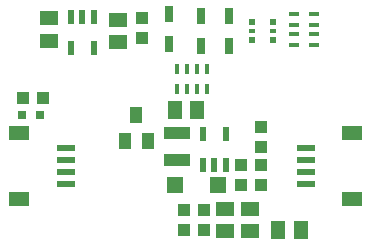
<source format=gbr>
G04 EAGLE Gerber RS-274X export*
G75*
%MOMM*%
%FSLAX34Y34*%
%LPD*%
%INSolderpaste Top*%
%IPPOS*%
%AMOC8*
5,1,8,0,0,1.08239X$1,22.5*%
G01*
%ADD10R,1.500000X1.240000*%
%ADD11R,0.550000X1.200000*%
%ADD12R,1.000000X1.075000*%
%ADD13R,0.900000X0.450000*%
%ADD14R,0.500000X0.500000*%
%ADD15R,0.500000X0.400000*%
%ADD16R,1.550000X0.600000*%
%ADD17R,1.800000X1.200000*%
%ADD18R,0.800000X0.800000*%
%ADD19R,1.075000X1.000000*%
%ADD20R,1.000000X1.400000*%
%ADD21R,0.800000X1.350000*%
%ADD22R,1.240000X1.500000*%
%ADD23R,0.450000X0.900000*%
%ADD24R,2.200000X1.016000*%
%ADD25R,1.400000X1.400000*%


D10*
X36830Y277470D03*
X36830Y258470D03*
D11*
X74270Y278431D03*
X64770Y278431D03*
X55270Y278431D03*
X55270Y252429D03*
X74270Y252429D03*
D10*
X95250Y257200D03*
X95250Y276200D03*
D12*
X115570Y260740D03*
X115570Y277740D03*
D13*
X244230Y254970D03*
X261230Y254970D03*
X244230Y263970D03*
X244230Y271970D03*
X244230Y280970D03*
X261230Y280970D03*
X261230Y263970D03*
X261230Y271970D03*
D14*
X226170Y259200D03*
D15*
X226170Y266700D03*
D14*
X226170Y274200D03*
X208170Y274200D03*
D15*
X208170Y266700D03*
D14*
X208170Y259200D03*
D16*
X50540Y157400D03*
X50540Y147400D03*
X50540Y167400D03*
X50540Y137400D03*
D17*
X11540Y180400D03*
X11540Y124400D03*
D18*
X14090Y195580D03*
X29090Y195580D03*
D19*
X14360Y209550D03*
X31360Y209550D03*
D20*
X110490Y195150D03*
X119990Y173150D03*
X100990Y173150D03*
D21*
X138430Y280924D03*
X138430Y255524D03*
X165100Y279654D03*
X165100Y254254D03*
X189230Y279654D03*
X189230Y254254D03*
D12*
X151130Y115180D03*
X151130Y98180D03*
D10*
X207010Y116180D03*
X207010Y97180D03*
X185420Y116180D03*
X185420Y97180D03*
D22*
X249530Y97790D03*
X230530Y97790D03*
D12*
X167640Y115180D03*
X167640Y98180D03*
D16*
X254260Y147400D03*
X254260Y157400D03*
X254260Y137400D03*
X254260Y167400D03*
D17*
X293260Y124400D03*
X293260Y180400D03*
D23*
X170480Y217560D03*
X170480Y234560D03*
X161480Y217560D03*
X153480Y217560D03*
X144480Y217560D03*
X144480Y234560D03*
X161480Y234560D03*
X153480Y234560D03*
D11*
X167030Y153369D03*
X176530Y153369D03*
X186030Y153369D03*
X186030Y179371D03*
X167030Y179371D03*
D22*
X161900Y199390D03*
X142900Y199390D03*
D24*
X144780Y180180D03*
X144780Y157640D03*
D25*
X179790Y135890D03*
X142790Y135890D03*
D12*
X199390Y153280D03*
X199390Y136280D03*
X215900Y185030D03*
X215900Y168030D03*
X215900Y136280D03*
X215900Y153280D03*
M02*

</source>
